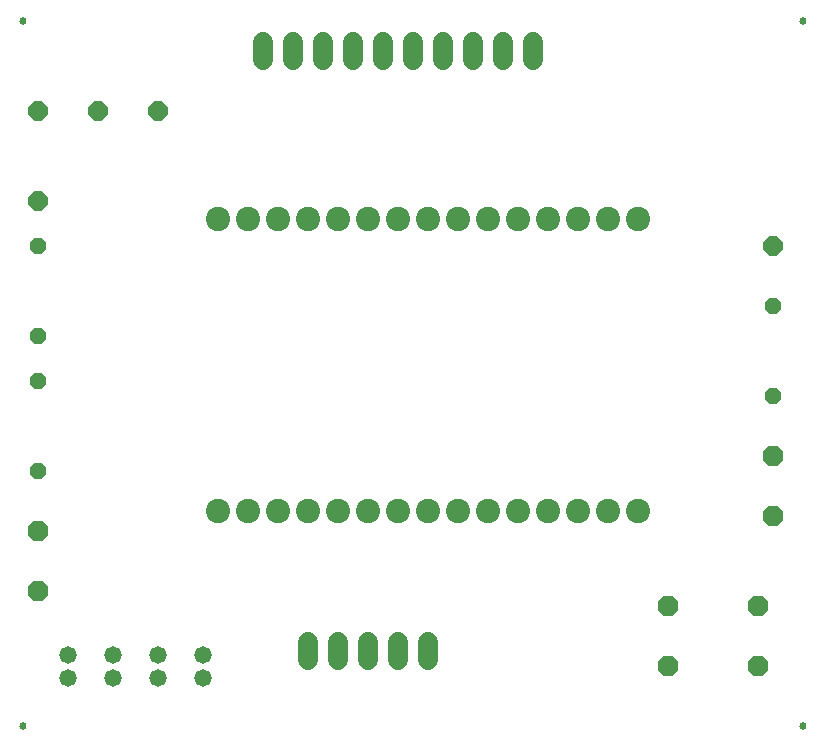
<source format=gbr>
G04 EAGLE Gerber RS-274X export*
G75*
%MOMM*%
%FSLAX34Y34*%
%LPD*%
%INSoldermask Bottom*%
%IPPOS*%
%AMOC8*
5,1,8,0,0,1.08239X$1,22.5*%
G01*
%ADD10C,0.627000*%
%ADD11P,1.787026X8X22.500000*%
%ADD12P,1.869504X8X112.500000*%
%ADD13C,1.477000*%
%ADD14C,2.057400*%
%ADD15C,1.651000*%
%ADD16P,1.457113X8X292.500000*%


D10*
X1079500Y850900D03*
X1079500Y254000D03*
X419100Y254000D03*
X419100Y850900D03*
D11*
X431800Y698500D03*
X1054100Y660400D03*
D12*
X1054100Y431800D03*
X1054100Y482600D03*
X431800Y368300D03*
X431800Y419100D03*
X1041400Y304800D03*
X1041400Y355600D03*
X965200Y304800D03*
X965200Y355600D03*
D13*
X457200Y314800D03*
X457200Y294800D03*
D14*
X584100Y436100D03*
X609500Y436100D03*
X634900Y436100D03*
X660300Y436100D03*
X685700Y436100D03*
X711100Y436100D03*
X736500Y436100D03*
X761900Y436100D03*
X787300Y436100D03*
X812700Y436100D03*
X838100Y436100D03*
X863500Y436100D03*
X888900Y436100D03*
X914300Y436100D03*
X939700Y436100D03*
X584100Y683800D03*
X609500Y683800D03*
X634900Y683800D03*
X660300Y683800D03*
X685700Y683800D03*
X711100Y683800D03*
X736500Y683800D03*
X761900Y683800D03*
X787300Y683800D03*
X812700Y683800D03*
X838100Y683800D03*
X863500Y683800D03*
X888900Y683800D03*
X914300Y683800D03*
X939700Y683800D03*
D11*
X533400Y774700D03*
X431800Y774700D03*
X482600Y774700D03*
D15*
X622300Y817880D02*
X622300Y833120D01*
X647700Y833120D02*
X647700Y817880D01*
X673100Y817880D02*
X673100Y833120D01*
X698500Y833120D02*
X698500Y817880D01*
X723900Y817880D02*
X723900Y833120D01*
X749300Y833120D02*
X749300Y817880D01*
X774700Y817880D02*
X774700Y833120D01*
X800100Y833120D02*
X800100Y817880D01*
X825500Y817880D02*
X825500Y833120D01*
X850900Y833120D02*
X850900Y817880D01*
X762000Y325120D02*
X762000Y309880D01*
X736600Y309880D02*
X736600Y325120D01*
X711200Y325120D02*
X711200Y309880D01*
X685800Y309880D02*
X685800Y325120D01*
X660400Y325120D02*
X660400Y309880D01*
D13*
X571500Y314800D03*
X571500Y294800D03*
X495300Y314800D03*
X495300Y294800D03*
X533400Y314800D03*
X533400Y294800D03*
D16*
X431800Y660400D03*
X431800Y584200D03*
X431800Y546100D03*
X431800Y469900D03*
X1054100Y609600D03*
X1054100Y533400D03*
M02*

</source>
